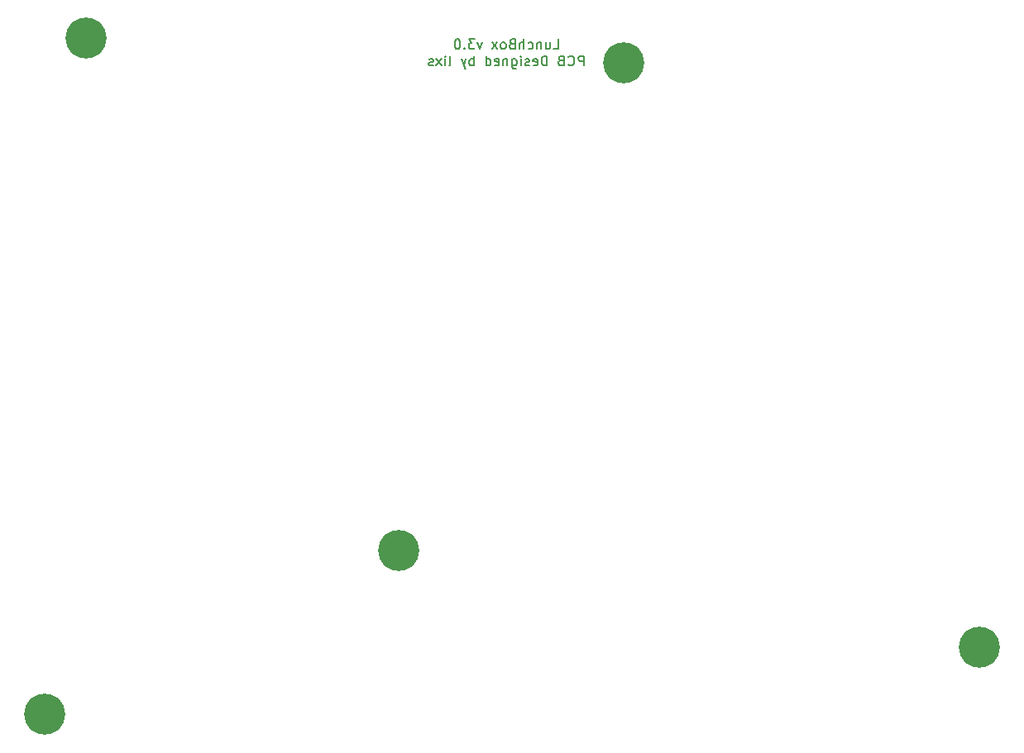
<source format=gbr>
%TF.GenerationSoftware,KiCad,Pcbnew,(5.1.0)-1*%
%TF.CreationDate,2021-02-23T00:40:23+09:00*%
%TF.ProjectId,topplate,746f7070-6c61-4746-952e-6b696361645f,rev?*%
%TF.SameCoordinates,Original*%
%TF.FileFunction,Soldermask,Bot*%
%TF.FilePolarity,Negative*%
%FSLAX46Y46*%
G04 Gerber Fmt 4.6, Leading zero omitted, Abs format (unit mm)*
G04 Created by KiCad (PCBNEW (5.1.0)-1) date 2021-02-23 00:40:23*
%MOMM*%
%LPD*%
G04 APERTURE LIST*
%ADD10C,0.200000*%
%ADD11C,4.200000*%
G04 APERTURE END LIST*
D10*
X149785714Y-64602380D02*
X150261904Y-64602380D01*
X150261904Y-63602380D01*
X149023809Y-63935714D02*
X149023809Y-64602380D01*
X149452380Y-63935714D02*
X149452380Y-64459523D01*
X149404761Y-64554761D01*
X149309523Y-64602380D01*
X149166666Y-64602380D01*
X149071428Y-64554761D01*
X149023809Y-64507142D01*
X148547619Y-63935714D02*
X148547619Y-64602380D01*
X148547619Y-64030952D02*
X148500000Y-63983333D01*
X148404761Y-63935714D01*
X148261904Y-63935714D01*
X148166666Y-63983333D01*
X148119047Y-64078571D01*
X148119047Y-64602380D01*
X147214285Y-64554761D02*
X147309523Y-64602380D01*
X147500000Y-64602380D01*
X147595238Y-64554761D01*
X147642857Y-64507142D01*
X147690476Y-64411904D01*
X147690476Y-64126190D01*
X147642857Y-64030952D01*
X147595238Y-63983333D01*
X147500000Y-63935714D01*
X147309523Y-63935714D01*
X147214285Y-63983333D01*
X146785714Y-64602380D02*
X146785714Y-63602380D01*
X146357142Y-64602380D02*
X146357142Y-64078571D01*
X146404761Y-63983333D01*
X146500000Y-63935714D01*
X146642857Y-63935714D01*
X146738095Y-63983333D01*
X146785714Y-64030952D01*
X145547619Y-64078571D02*
X145404761Y-64126190D01*
X145357142Y-64173809D01*
X145309523Y-64269047D01*
X145309523Y-64411904D01*
X145357142Y-64507142D01*
X145404761Y-64554761D01*
X145500000Y-64602380D01*
X145880952Y-64602380D01*
X145880952Y-63602380D01*
X145547619Y-63602380D01*
X145452380Y-63650000D01*
X145404761Y-63697619D01*
X145357142Y-63792857D01*
X145357142Y-63888095D01*
X145404761Y-63983333D01*
X145452380Y-64030952D01*
X145547619Y-64078571D01*
X145880952Y-64078571D01*
X144738095Y-64602380D02*
X144833333Y-64554761D01*
X144880952Y-64507142D01*
X144928571Y-64411904D01*
X144928571Y-64126190D01*
X144880952Y-64030952D01*
X144833333Y-63983333D01*
X144738095Y-63935714D01*
X144595238Y-63935714D01*
X144500000Y-63983333D01*
X144452380Y-64030952D01*
X144404761Y-64126190D01*
X144404761Y-64411904D01*
X144452380Y-64507142D01*
X144500000Y-64554761D01*
X144595238Y-64602380D01*
X144738095Y-64602380D01*
X144071428Y-64602380D02*
X143547619Y-63935714D01*
X144071428Y-63935714D02*
X143547619Y-64602380D01*
X142500000Y-63935714D02*
X142261904Y-64602380D01*
X142023809Y-63935714D01*
X141738095Y-63602380D02*
X141119047Y-63602380D01*
X141452380Y-63983333D01*
X141309523Y-63983333D01*
X141214285Y-64030952D01*
X141166666Y-64078571D01*
X141119047Y-64173809D01*
X141119047Y-64411904D01*
X141166666Y-64507142D01*
X141214285Y-64554761D01*
X141309523Y-64602380D01*
X141595238Y-64602380D01*
X141690476Y-64554761D01*
X141738095Y-64507142D01*
X140690476Y-64507142D02*
X140642857Y-64554761D01*
X140690476Y-64602380D01*
X140738095Y-64554761D01*
X140690476Y-64507142D01*
X140690476Y-64602380D01*
X140023809Y-63602380D02*
X139928571Y-63602380D01*
X139833333Y-63650000D01*
X139785714Y-63697619D01*
X139738095Y-63792857D01*
X139690476Y-63983333D01*
X139690476Y-64221428D01*
X139738095Y-64411904D01*
X139785714Y-64507142D01*
X139833333Y-64554761D01*
X139928571Y-64602380D01*
X140023809Y-64602380D01*
X140119047Y-64554761D01*
X140166666Y-64507142D01*
X140214285Y-64411904D01*
X140261904Y-64221428D01*
X140261904Y-63983333D01*
X140214285Y-63792857D01*
X140166666Y-63697619D01*
X140119047Y-63650000D01*
X140023809Y-63602380D01*
X152904761Y-66302380D02*
X152904761Y-65302380D01*
X152523809Y-65302380D01*
X152428571Y-65350000D01*
X152380952Y-65397619D01*
X152333333Y-65492857D01*
X152333333Y-65635714D01*
X152380952Y-65730952D01*
X152428571Y-65778571D01*
X152523809Y-65826190D01*
X152904761Y-65826190D01*
X151333333Y-66207142D02*
X151380952Y-66254761D01*
X151523809Y-66302380D01*
X151619047Y-66302380D01*
X151761904Y-66254761D01*
X151857142Y-66159523D01*
X151904761Y-66064285D01*
X151952380Y-65873809D01*
X151952380Y-65730952D01*
X151904761Y-65540476D01*
X151857142Y-65445238D01*
X151761904Y-65350000D01*
X151619047Y-65302380D01*
X151523809Y-65302380D01*
X151380952Y-65350000D01*
X151333333Y-65397619D01*
X150571428Y-65778571D02*
X150428571Y-65826190D01*
X150380952Y-65873809D01*
X150333333Y-65969047D01*
X150333333Y-66111904D01*
X150380952Y-66207142D01*
X150428571Y-66254761D01*
X150523809Y-66302380D01*
X150904761Y-66302380D01*
X150904761Y-65302380D01*
X150571428Y-65302380D01*
X150476190Y-65350000D01*
X150428571Y-65397619D01*
X150380952Y-65492857D01*
X150380952Y-65588095D01*
X150428571Y-65683333D01*
X150476190Y-65730952D01*
X150571428Y-65778571D01*
X150904761Y-65778571D01*
X149142857Y-66302380D02*
X149142857Y-65302380D01*
X148904761Y-65302380D01*
X148761904Y-65350000D01*
X148666666Y-65445238D01*
X148619047Y-65540476D01*
X148571428Y-65730952D01*
X148571428Y-65873809D01*
X148619047Y-66064285D01*
X148666666Y-66159523D01*
X148761904Y-66254761D01*
X148904761Y-66302380D01*
X149142857Y-66302380D01*
X147761904Y-66254761D02*
X147857142Y-66302380D01*
X148047619Y-66302380D01*
X148142857Y-66254761D01*
X148190476Y-66159523D01*
X148190476Y-65778571D01*
X148142857Y-65683333D01*
X148047619Y-65635714D01*
X147857142Y-65635714D01*
X147761904Y-65683333D01*
X147714285Y-65778571D01*
X147714285Y-65873809D01*
X148190476Y-65969047D01*
X147333333Y-66254761D02*
X147238095Y-66302380D01*
X147047619Y-66302380D01*
X146952380Y-66254761D01*
X146904761Y-66159523D01*
X146904761Y-66111904D01*
X146952380Y-66016666D01*
X147047619Y-65969047D01*
X147190476Y-65969047D01*
X147285714Y-65921428D01*
X147333333Y-65826190D01*
X147333333Y-65778571D01*
X147285714Y-65683333D01*
X147190476Y-65635714D01*
X147047619Y-65635714D01*
X146952380Y-65683333D01*
X146476190Y-66302380D02*
X146476190Y-65635714D01*
X146476190Y-65302380D02*
X146523809Y-65350000D01*
X146476190Y-65397619D01*
X146428571Y-65350000D01*
X146476190Y-65302380D01*
X146476190Y-65397619D01*
X145571428Y-65635714D02*
X145571428Y-66445238D01*
X145619047Y-66540476D01*
X145666666Y-66588095D01*
X145761904Y-66635714D01*
X145904761Y-66635714D01*
X146000000Y-66588095D01*
X145571428Y-66254761D02*
X145666666Y-66302380D01*
X145857142Y-66302380D01*
X145952380Y-66254761D01*
X146000000Y-66207142D01*
X146047619Y-66111904D01*
X146047619Y-65826190D01*
X146000000Y-65730952D01*
X145952380Y-65683333D01*
X145857142Y-65635714D01*
X145666666Y-65635714D01*
X145571428Y-65683333D01*
X145095238Y-65635714D02*
X145095238Y-66302380D01*
X145095238Y-65730952D02*
X145047619Y-65683333D01*
X144952380Y-65635714D01*
X144809523Y-65635714D01*
X144714285Y-65683333D01*
X144666666Y-65778571D01*
X144666666Y-66302380D01*
X143809523Y-66254761D02*
X143904761Y-66302380D01*
X144095238Y-66302380D01*
X144190476Y-66254761D01*
X144238095Y-66159523D01*
X144238095Y-65778571D01*
X144190476Y-65683333D01*
X144095238Y-65635714D01*
X143904761Y-65635714D01*
X143809523Y-65683333D01*
X143761904Y-65778571D01*
X143761904Y-65873809D01*
X144238095Y-65969047D01*
X142904761Y-66302380D02*
X142904761Y-65302380D01*
X142904761Y-66254761D02*
X143000000Y-66302380D01*
X143190476Y-66302380D01*
X143285714Y-66254761D01*
X143333333Y-66207142D01*
X143380952Y-66111904D01*
X143380952Y-65826190D01*
X143333333Y-65730952D01*
X143285714Y-65683333D01*
X143190476Y-65635714D01*
X143000000Y-65635714D01*
X142904761Y-65683333D01*
X141666666Y-66302380D02*
X141666666Y-65302380D01*
X141666666Y-65683333D02*
X141571428Y-65635714D01*
X141380952Y-65635714D01*
X141285714Y-65683333D01*
X141238095Y-65730952D01*
X141190476Y-65826190D01*
X141190476Y-66111904D01*
X141238095Y-66207142D01*
X141285714Y-66254761D01*
X141380952Y-66302380D01*
X141571428Y-66302380D01*
X141666666Y-66254761D01*
X140857142Y-65635714D02*
X140619047Y-66302380D01*
X140380952Y-65635714D02*
X140619047Y-66302380D01*
X140714285Y-66540476D01*
X140761904Y-66588095D01*
X140857142Y-66635714D01*
X139095238Y-66302380D02*
X139190476Y-66254761D01*
X139238095Y-66159523D01*
X139238095Y-65302380D01*
X138714285Y-66302380D02*
X138714285Y-65635714D01*
X138714285Y-65302380D02*
X138761904Y-65350000D01*
X138714285Y-65397619D01*
X138666666Y-65350000D01*
X138714285Y-65302380D01*
X138714285Y-65397619D01*
X138333333Y-66302380D02*
X137809523Y-65635714D01*
X138333333Y-65635714D02*
X137809523Y-66302380D01*
X137476190Y-66254761D02*
X137380952Y-66302380D01*
X137190476Y-66302380D01*
X137095238Y-66254761D01*
X137047619Y-66159523D01*
X137047619Y-66111904D01*
X137095238Y-66016666D01*
X137190476Y-65969047D01*
X137333333Y-65969047D01*
X137428571Y-65921428D01*
X137476190Y-65826190D01*
X137476190Y-65778571D01*
X137428571Y-65683333D01*
X137333333Y-65635714D01*
X137190476Y-65635714D01*
X137095238Y-65683333D01*
D11*
%TO.C,H1*%
X97750000Y-132780000D03*
%TD*%
%TO.C,H1*%
X134000000Y-116000000D03*
%TD*%
%TO.C,H1*%
X157000000Y-66000000D03*
%TD*%
%TO.C,H1*%
X102000000Y-63500000D03*
%TD*%
%TO.C,H1*%
X193400000Y-125880000D03*
%TD*%
M02*

</source>
